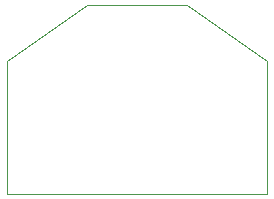
<source format=gbr>
%TF.GenerationSoftware,KiCad,Pcbnew,(5.99.0-2309-gaf729d578)*%
%TF.CreationDate,2020-08-23T01:34:46-04:00*%
%TF.ProjectId,usbpower,75736270-6f77-4657-922e-6b696361645f,rev?*%
%TF.SameCoordinates,Original*%
%TF.FileFunction,Profile,NP*%
%FSLAX46Y46*%
G04 Gerber Fmt 4.6, Leading zero omitted, Abs format (unit mm)*
G04 Created by KiCad (PCBNEW (5.99.0-2309-gaf729d578)) date 2020-08-23 01:34:46*
%MOMM*%
%LPD*%
G01*
G04 APERTURE LIST*
%TA.AperFunction,Profile*%
%ADD10C,0.100000*%
%TD*%
G04 APERTURE END LIST*
D10*
X25500000Y-12500000D02*
X18750000Y-17250000D01*
X34000000Y-12500000D02*
X25500000Y-12500000D01*
X40750000Y-17250000D02*
X34000000Y-12500000D01*
X40750000Y-28500000D02*
X40750000Y-17250000D01*
X18750000Y-28500000D02*
X40750000Y-28500000D01*
X18750000Y-17250000D02*
X18750000Y-28500000D01*
M02*

</source>
